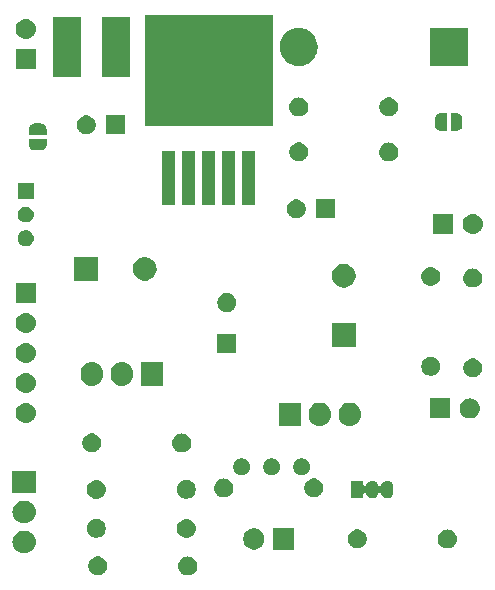
<source format=gbr>
G04 #@! TF.GenerationSoftware,KiCad,Pcbnew,(5.0.2)-1*
G04 #@! TF.CreationDate,2019-03-20T14:53:53-04:00*
G04 #@! TF.ProjectId,_saved__saved_tDCS,5f736176-6564-45f5-9f73-617665645f74,rev?*
G04 #@! TF.SameCoordinates,Original*
G04 #@! TF.FileFunction,Soldermask,Top*
G04 #@! TF.FilePolarity,Negative*
%FSLAX46Y46*%
G04 Gerber Fmt 4.6, Leading zero omitted, Abs format (unit mm)*
G04 Created by KiCad (PCBNEW (5.0.2)-1) date 3/20/2019 2:53:53 PM*
%MOMM*%
%LPD*%
G01*
G04 APERTURE LIST*
%ADD10C,0.100000*%
G04 APERTURE END LIST*
D10*
G36*
X67681649Y-123413717D02*
X67720827Y-123417576D01*
X67784012Y-123436743D01*
X67871629Y-123463321D01*
X68010608Y-123537608D01*
X68132422Y-123637578D01*
X68232392Y-123759392D01*
X68306679Y-123898371D01*
X68352424Y-124049174D01*
X68367870Y-124206000D01*
X68352424Y-124362826D01*
X68306679Y-124513629D01*
X68232392Y-124652608D01*
X68132422Y-124774422D01*
X68010608Y-124874392D01*
X67871629Y-124948679D01*
X67796228Y-124971551D01*
X67720827Y-124994424D01*
X67681649Y-124998283D01*
X67603295Y-125006000D01*
X67524705Y-125006000D01*
X67446351Y-124998283D01*
X67407173Y-124994424D01*
X67331772Y-124971551D01*
X67256371Y-124948679D01*
X67117392Y-124874392D01*
X66995578Y-124774422D01*
X66895608Y-124652608D01*
X66821321Y-124513629D01*
X66775576Y-124362826D01*
X66760130Y-124206000D01*
X66775576Y-124049174D01*
X66821321Y-123898371D01*
X66895608Y-123759392D01*
X66995578Y-123637578D01*
X67117392Y-123537608D01*
X67256371Y-123463321D01*
X67343988Y-123436743D01*
X67407173Y-123417576D01*
X67446351Y-123413717D01*
X67524705Y-123406000D01*
X67603295Y-123406000D01*
X67681649Y-123413717D01*
X67681649Y-123413717D01*
G37*
G36*
X60177352Y-123436743D02*
X60322941Y-123497048D01*
X60453973Y-123584601D01*
X60565399Y-123696027D01*
X60652952Y-123827059D01*
X60713257Y-123972648D01*
X60744000Y-124127205D01*
X60744000Y-124284795D01*
X60713257Y-124439352D01*
X60652952Y-124584941D01*
X60565399Y-124715973D01*
X60453973Y-124827399D01*
X60322941Y-124914952D01*
X60177352Y-124975257D01*
X60022795Y-125006000D01*
X59865205Y-125006000D01*
X59710648Y-124975257D01*
X59565059Y-124914952D01*
X59434027Y-124827399D01*
X59322601Y-124715973D01*
X59235048Y-124584941D01*
X59174743Y-124439352D01*
X59144000Y-124284795D01*
X59144000Y-124127205D01*
X59174743Y-123972648D01*
X59235048Y-123827059D01*
X59322601Y-123696027D01*
X59434027Y-123584601D01*
X59565059Y-123497048D01*
X59710648Y-123436743D01*
X59865205Y-123406000D01*
X60022795Y-123406000D01*
X60177352Y-123436743D01*
X60177352Y-123436743D01*
G37*
G36*
X53955224Y-121235282D02*
X54134769Y-121289747D01*
X54300241Y-121378193D01*
X54445278Y-121497222D01*
X54564307Y-121642259D01*
X54652753Y-121807731D01*
X54707218Y-121987276D01*
X54725608Y-122174000D01*
X54707218Y-122360724D01*
X54652753Y-122540269D01*
X54564307Y-122705741D01*
X54445278Y-122850778D01*
X54300241Y-122969807D01*
X54134769Y-123058253D01*
X53955224Y-123112718D01*
X53815289Y-123126500D01*
X53626711Y-123126500D01*
X53486776Y-123112718D01*
X53307231Y-123058253D01*
X53141759Y-122969807D01*
X52996722Y-122850778D01*
X52877693Y-122705741D01*
X52789247Y-122540269D01*
X52734782Y-122360724D01*
X52716392Y-122174000D01*
X52734782Y-121987276D01*
X52789247Y-121807731D01*
X52877693Y-121642259D01*
X52996722Y-121497222D01*
X53141759Y-121378193D01*
X53307231Y-121289747D01*
X53486776Y-121235282D01*
X53626711Y-121221500D01*
X53815289Y-121221500D01*
X53955224Y-121235282D01*
X53955224Y-121235282D01*
G37*
G36*
X73414521Y-121054586D02*
X73578309Y-121122429D01*
X73725720Y-121220926D01*
X73851074Y-121346280D01*
X73949571Y-121493691D01*
X74017414Y-121657479D01*
X74052000Y-121831356D01*
X74052000Y-122008644D01*
X74017414Y-122182521D01*
X73949571Y-122346309D01*
X73851074Y-122493720D01*
X73725720Y-122619074D01*
X73578309Y-122717571D01*
X73414521Y-122785414D01*
X73240644Y-122820000D01*
X73063356Y-122820000D01*
X72889479Y-122785414D01*
X72725691Y-122717571D01*
X72578280Y-122619074D01*
X72452926Y-122493720D01*
X72354429Y-122346309D01*
X72286586Y-122182521D01*
X72252000Y-122008644D01*
X72252000Y-121831356D01*
X72286586Y-121657479D01*
X72354429Y-121493691D01*
X72452926Y-121346280D01*
X72578280Y-121220926D01*
X72725691Y-121122429D01*
X72889479Y-121054586D01*
X73063356Y-121020000D01*
X73240644Y-121020000D01*
X73414521Y-121054586D01*
X73414521Y-121054586D01*
G37*
G36*
X76592000Y-122820000D02*
X74792000Y-122820000D01*
X74792000Y-121020000D01*
X76592000Y-121020000D01*
X76592000Y-122820000D01*
X76592000Y-122820000D01*
G37*
G36*
X89652649Y-121127717D02*
X89691827Y-121131576D01*
X89755012Y-121150743D01*
X89842629Y-121177321D01*
X89981608Y-121251608D01*
X90103422Y-121351578D01*
X90203392Y-121473392D01*
X90277679Y-121612371D01*
X90277679Y-121612372D01*
X90323424Y-121763173D01*
X90328964Y-121819424D01*
X90338870Y-121920000D01*
X90323424Y-122076826D01*
X90277679Y-122227629D01*
X90203392Y-122366608D01*
X90103422Y-122488422D01*
X89981608Y-122588392D01*
X89842629Y-122662679D01*
X89767228Y-122685551D01*
X89691827Y-122708424D01*
X89652649Y-122712283D01*
X89574295Y-122720000D01*
X89495705Y-122720000D01*
X89417351Y-122712283D01*
X89378173Y-122708424D01*
X89302772Y-122685551D01*
X89227371Y-122662679D01*
X89088392Y-122588392D01*
X88966578Y-122488422D01*
X88866608Y-122366608D01*
X88792321Y-122227629D01*
X88746576Y-122076826D01*
X88731130Y-121920000D01*
X88741036Y-121819424D01*
X88746576Y-121763173D01*
X88792321Y-121612372D01*
X88792321Y-121612371D01*
X88866608Y-121473392D01*
X88966578Y-121351578D01*
X89088392Y-121251608D01*
X89227371Y-121177321D01*
X89314988Y-121150743D01*
X89378173Y-121131576D01*
X89417351Y-121127717D01*
X89495705Y-121120000D01*
X89574295Y-121120000D01*
X89652649Y-121127717D01*
X89652649Y-121127717D01*
G37*
G36*
X82148352Y-121150743D02*
X82293941Y-121211048D01*
X82424973Y-121298601D01*
X82536399Y-121410027D01*
X82623952Y-121541059D01*
X82684257Y-121686648D01*
X82715000Y-121841205D01*
X82715000Y-121998795D01*
X82684257Y-122153352D01*
X82623952Y-122298941D01*
X82536399Y-122429973D01*
X82424973Y-122541399D01*
X82293941Y-122628952D01*
X82148352Y-122689257D01*
X81993795Y-122720000D01*
X81836205Y-122720000D01*
X81681648Y-122689257D01*
X81536059Y-122628952D01*
X81405027Y-122541399D01*
X81293601Y-122429973D01*
X81206048Y-122298941D01*
X81145743Y-122153352D01*
X81115000Y-121998795D01*
X81115000Y-121841205D01*
X81145743Y-121686648D01*
X81206048Y-121541059D01*
X81293601Y-121410027D01*
X81405027Y-121298601D01*
X81536059Y-121211048D01*
X81681648Y-121150743D01*
X81836205Y-121120000D01*
X81993795Y-121120000D01*
X82148352Y-121150743D01*
X82148352Y-121150743D01*
G37*
G36*
X67554649Y-120238717D02*
X67593827Y-120242576D01*
X67657012Y-120261743D01*
X67744629Y-120288321D01*
X67883608Y-120362608D01*
X68005422Y-120462578D01*
X68105392Y-120584392D01*
X68179679Y-120723371D01*
X68179679Y-120723372D01*
X68225424Y-120874173D01*
X68240870Y-121031000D01*
X68225424Y-121187827D01*
X68206076Y-121251608D01*
X68179679Y-121338629D01*
X68105392Y-121477608D01*
X68005422Y-121599422D01*
X67883608Y-121699392D01*
X67744629Y-121773679D01*
X67669227Y-121796552D01*
X67593827Y-121819424D01*
X67554649Y-121823283D01*
X67476295Y-121831000D01*
X67397705Y-121831000D01*
X67319351Y-121823283D01*
X67280173Y-121819424D01*
X67204773Y-121796552D01*
X67129371Y-121773679D01*
X66990392Y-121699392D01*
X66868578Y-121599422D01*
X66768608Y-121477608D01*
X66694321Y-121338629D01*
X66667924Y-121251608D01*
X66648576Y-121187827D01*
X66633130Y-121031000D01*
X66648576Y-120874173D01*
X66694321Y-120723372D01*
X66694321Y-120723371D01*
X66768608Y-120584392D01*
X66868578Y-120462578D01*
X66990392Y-120362608D01*
X67129371Y-120288321D01*
X67216988Y-120261743D01*
X67280173Y-120242576D01*
X67319351Y-120238717D01*
X67397705Y-120231000D01*
X67476295Y-120231000D01*
X67554649Y-120238717D01*
X67554649Y-120238717D01*
G37*
G36*
X60050352Y-120261743D02*
X60195941Y-120322048D01*
X60326973Y-120409601D01*
X60438399Y-120521027D01*
X60525952Y-120652059D01*
X60586257Y-120797648D01*
X60617000Y-120952205D01*
X60617000Y-121109795D01*
X60586257Y-121264352D01*
X60525952Y-121409941D01*
X60438399Y-121540973D01*
X60326973Y-121652399D01*
X60195941Y-121739952D01*
X60050352Y-121800257D01*
X59895795Y-121831000D01*
X59738205Y-121831000D01*
X59583648Y-121800257D01*
X59438059Y-121739952D01*
X59307027Y-121652399D01*
X59195601Y-121540973D01*
X59108048Y-121409941D01*
X59047743Y-121264352D01*
X59017000Y-121109795D01*
X59017000Y-120952205D01*
X59047743Y-120797648D01*
X59108048Y-120652059D01*
X59195601Y-120521027D01*
X59307027Y-120409601D01*
X59438059Y-120322048D01*
X59583648Y-120261743D01*
X59738205Y-120231000D01*
X59895795Y-120231000D01*
X60050352Y-120261743D01*
X60050352Y-120261743D01*
G37*
G36*
X53955224Y-118695282D02*
X54134769Y-118749747D01*
X54300241Y-118838193D01*
X54445278Y-118957222D01*
X54564307Y-119102259D01*
X54652753Y-119267731D01*
X54707218Y-119447276D01*
X54725608Y-119634000D01*
X54707218Y-119820724D01*
X54652753Y-120000269D01*
X54564307Y-120165741D01*
X54445278Y-120310778D01*
X54300241Y-120429807D01*
X54134769Y-120518253D01*
X53955224Y-120572718D01*
X53815289Y-120586500D01*
X53626711Y-120586500D01*
X53486776Y-120572718D01*
X53307231Y-120518253D01*
X53141759Y-120429807D01*
X52996722Y-120310778D01*
X52877693Y-120165741D01*
X52789247Y-120000269D01*
X52734782Y-119820724D01*
X52716392Y-119634000D01*
X52734782Y-119447276D01*
X52789247Y-119267731D01*
X52877693Y-119102259D01*
X52996722Y-118957222D01*
X53141759Y-118838193D01*
X53307231Y-118749747D01*
X53486776Y-118695282D01*
X53626711Y-118681500D01*
X53815289Y-118681500D01*
X53955224Y-118695282D01*
X53955224Y-118695282D01*
G37*
G36*
X67670352Y-116959743D02*
X67815941Y-117020048D01*
X67946973Y-117107601D01*
X68058399Y-117219027D01*
X68145952Y-117350059D01*
X68206257Y-117495648D01*
X68237000Y-117650205D01*
X68237000Y-117807795D01*
X68206257Y-117962352D01*
X68145952Y-118107941D01*
X68058399Y-118238973D01*
X67946973Y-118350399D01*
X67815941Y-118437952D01*
X67670352Y-118498257D01*
X67515795Y-118529000D01*
X67358205Y-118529000D01*
X67203648Y-118498257D01*
X67058059Y-118437952D01*
X66927027Y-118350399D01*
X66815601Y-118238973D01*
X66728048Y-118107941D01*
X66667743Y-117962352D01*
X66637000Y-117807795D01*
X66637000Y-117650205D01*
X66667743Y-117495648D01*
X66728048Y-117350059D01*
X66815601Y-117219027D01*
X66927027Y-117107601D01*
X67058059Y-117020048D01*
X67203648Y-116959743D01*
X67358205Y-116929000D01*
X67515795Y-116929000D01*
X67670352Y-116959743D01*
X67670352Y-116959743D01*
G37*
G36*
X59934649Y-116936717D02*
X59973827Y-116940576D01*
X60037012Y-116959743D01*
X60124629Y-116986321D01*
X60263608Y-117060608D01*
X60385422Y-117160578D01*
X60485392Y-117282392D01*
X60559679Y-117421371D01*
X60605424Y-117572174D01*
X60620870Y-117729000D01*
X60605424Y-117885826D01*
X60559679Y-118036629D01*
X60485392Y-118175608D01*
X60385422Y-118297422D01*
X60263608Y-118397392D01*
X60124629Y-118471679D01*
X60092121Y-118481540D01*
X59973827Y-118517424D01*
X59934649Y-118521283D01*
X59856295Y-118529000D01*
X59777705Y-118529000D01*
X59699351Y-118521283D01*
X59660173Y-118517424D01*
X59541879Y-118481540D01*
X59509371Y-118471679D01*
X59370392Y-118397392D01*
X59248578Y-118297422D01*
X59148608Y-118175608D01*
X59074321Y-118036629D01*
X59028576Y-117885826D01*
X59013130Y-117729000D01*
X59028576Y-117572174D01*
X59074321Y-117421371D01*
X59148608Y-117282392D01*
X59248578Y-117160578D01*
X59370392Y-117060608D01*
X59509371Y-116986321D01*
X59596988Y-116959743D01*
X59660173Y-116940576D01*
X59699351Y-116936717D01*
X59777705Y-116929000D01*
X59856295Y-116929000D01*
X59934649Y-116936717D01*
X59934649Y-116936717D01*
G37*
G36*
X84557913Y-116986596D02*
X84557916Y-116986597D01*
X84557917Y-116986597D01*
X84656880Y-117016617D01*
X84748086Y-117065367D01*
X84828027Y-117130973D01*
X84828028Y-117130975D01*
X84828030Y-117130976D01*
X84877231Y-117190929D01*
X84893633Y-117210914D01*
X84942383Y-117302119D01*
X84970382Y-117394420D01*
X84972404Y-117401086D01*
X84980000Y-117478208D01*
X84980000Y-117979791D01*
X84972404Y-118056914D01*
X84972403Y-118056917D01*
X84972403Y-118056918D01*
X84942383Y-118155881D01*
X84893633Y-118247086D01*
X84828027Y-118327027D01*
X84748086Y-118392633D01*
X84656881Y-118441383D01*
X84557918Y-118471403D01*
X84557917Y-118471403D01*
X84557914Y-118471404D01*
X84455000Y-118481540D01*
X84352087Y-118471404D01*
X84352084Y-118471403D01*
X84352083Y-118471403D01*
X84253120Y-118441383D01*
X84161915Y-118392633D01*
X84081974Y-118327027D01*
X84049171Y-118287056D01*
X84016366Y-118247084D01*
X83967618Y-118155883D01*
X83939618Y-118063580D01*
X83930240Y-118040941D01*
X83916626Y-118020567D01*
X83899299Y-118003240D01*
X83878925Y-117989626D01*
X83856286Y-117980248D01*
X83832252Y-117975468D01*
X83807748Y-117975468D01*
X83783714Y-117980248D01*
X83761075Y-117989626D01*
X83740701Y-118003240D01*
X83723374Y-118020567D01*
X83709760Y-118040941D01*
X83700382Y-118063579D01*
X83672383Y-118155881D01*
X83623633Y-118247086D01*
X83558027Y-118327027D01*
X83478086Y-118392633D01*
X83386881Y-118441383D01*
X83287918Y-118471403D01*
X83287917Y-118471403D01*
X83287914Y-118471404D01*
X83185000Y-118481540D01*
X83082087Y-118471404D01*
X83082084Y-118471403D01*
X83082083Y-118471403D01*
X82983120Y-118441383D01*
X82891915Y-118392633D01*
X82811974Y-118327027D01*
X82779171Y-118287056D01*
X82746366Y-118247084D01*
X82697617Y-118155882D01*
X82684618Y-118113029D01*
X82675240Y-118090389D01*
X82661626Y-118070015D01*
X82644299Y-118052688D01*
X82623925Y-118039074D01*
X82601286Y-118029696D01*
X82577252Y-118024916D01*
X82552748Y-118024916D01*
X82528715Y-118029696D01*
X82506075Y-118039074D01*
X82485701Y-118052688D01*
X82468374Y-118070015D01*
X82454760Y-118090389D01*
X82445382Y-118113028D01*
X82440602Y-118137062D01*
X82440000Y-118149314D01*
X82440000Y-118479000D01*
X81390000Y-118479000D01*
X81390000Y-116979000D01*
X82440000Y-116979000D01*
X82440000Y-117308687D01*
X82442402Y-117333073D01*
X82449515Y-117356522D01*
X82461066Y-117378133D01*
X82476612Y-117397075D01*
X82495554Y-117412621D01*
X82517165Y-117424172D01*
X82540614Y-117431285D01*
X82565000Y-117433687D01*
X82589386Y-117431285D01*
X82612835Y-117424172D01*
X82634446Y-117412621D01*
X82653388Y-117397075D01*
X82668934Y-117378133D01*
X82680485Y-117356522D01*
X82684618Y-117344972D01*
X82697617Y-117302119D01*
X82720513Y-117259283D01*
X82746367Y-117210914D01*
X82811973Y-117130973D01*
X82811975Y-117130972D01*
X82811976Y-117130970D01*
X82891913Y-117065368D01*
X82891912Y-117065368D01*
X82891914Y-117065367D01*
X82983119Y-117016617D01*
X83082082Y-116986597D01*
X83082083Y-116986597D01*
X83082086Y-116986596D01*
X83185000Y-116976460D01*
X83287913Y-116986596D01*
X83287916Y-116986597D01*
X83287917Y-116986597D01*
X83386880Y-117016617D01*
X83478086Y-117065367D01*
X83558027Y-117130973D01*
X83558028Y-117130975D01*
X83558030Y-117130976D01*
X83607231Y-117190929D01*
X83623633Y-117210914D01*
X83672383Y-117302119D01*
X83700382Y-117394420D01*
X83709760Y-117417059D01*
X83723374Y-117437433D01*
X83740701Y-117454760D01*
X83761075Y-117468374D01*
X83783714Y-117477752D01*
X83807748Y-117482532D01*
X83832252Y-117482532D01*
X83856286Y-117477752D01*
X83878925Y-117468374D01*
X83899299Y-117454760D01*
X83916626Y-117437433D01*
X83930240Y-117417059D01*
X83939617Y-117394420D01*
X83967616Y-117302122D01*
X83978162Y-117282392D01*
X84016367Y-117210914D01*
X84081973Y-117130973D01*
X84081975Y-117130972D01*
X84081976Y-117130970D01*
X84161913Y-117065368D01*
X84161912Y-117065368D01*
X84161914Y-117065367D01*
X84253119Y-117016617D01*
X84352082Y-116986597D01*
X84352083Y-116986597D01*
X84352086Y-116986596D01*
X84455000Y-116976460D01*
X84557913Y-116986596D01*
X84557913Y-116986596D01*
G37*
G36*
X70729649Y-116809717D02*
X70768827Y-116813576D01*
X70832012Y-116832743D01*
X70919629Y-116859321D01*
X71058608Y-116933608D01*
X71180422Y-117033578D01*
X71280392Y-117155392D01*
X71354679Y-117294371D01*
X71373532Y-117356522D01*
X71400424Y-117445173D01*
X71405395Y-117495648D01*
X71415870Y-117602000D01*
X71400424Y-117758826D01*
X71354679Y-117909629D01*
X71280392Y-118048608D01*
X71180422Y-118170422D01*
X71058608Y-118270392D01*
X70919629Y-118344679D01*
X70844227Y-118367552D01*
X70768827Y-118390424D01*
X70746398Y-118392633D01*
X70651295Y-118402000D01*
X70572705Y-118402000D01*
X70477602Y-118392633D01*
X70455173Y-118390424D01*
X70379773Y-118367552D01*
X70304371Y-118344679D01*
X70165392Y-118270392D01*
X70043578Y-118170422D01*
X69943608Y-118048608D01*
X69869321Y-117909629D01*
X69823576Y-117758826D01*
X69808130Y-117602000D01*
X69818605Y-117495648D01*
X69823576Y-117445173D01*
X69850468Y-117356522D01*
X69869321Y-117294371D01*
X69943608Y-117155392D01*
X70043578Y-117033578D01*
X70165392Y-116933608D01*
X70304371Y-116859321D01*
X70391988Y-116832743D01*
X70455173Y-116813576D01*
X70494351Y-116809717D01*
X70572705Y-116802000D01*
X70651295Y-116802000D01*
X70729649Y-116809717D01*
X70729649Y-116809717D01*
G37*
G36*
X78465352Y-116832743D02*
X78610941Y-116893048D01*
X78741973Y-116980601D01*
X78853399Y-117092027D01*
X78940952Y-117223059D01*
X79001257Y-117368648D01*
X79032000Y-117523205D01*
X79032000Y-117680795D01*
X79001257Y-117835352D01*
X78940952Y-117980941D01*
X78853399Y-118111973D01*
X78741973Y-118223399D01*
X78610941Y-118310952D01*
X78465352Y-118371257D01*
X78310795Y-118402000D01*
X78153205Y-118402000D01*
X77998648Y-118371257D01*
X77853059Y-118310952D01*
X77722027Y-118223399D01*
X77610601Y-118111973D01*
X77523048Y-117980941D01*
X77462743Y-117835352D01*
X77432000Y-117680795D01*
X77432000Y-117523205D01*
X77462743Y-117368648D01*
X77523048Y-117223059D01*
X77610601Y-117092027D01*
X77722027Y-116980601D01*
X77853059Y-116893048D01*
X77998648Y-116832743D01*
X78153205Y-116802000D01*
X78310795Y-116802000D01*
X78465352Y-116832743D01*
X78465352Y-116832743D01*
G37*
G36*
X54721000Y-118046500D02*
X52721000Y-118046500D01*
X52721000Y-116141500D01*
X54721000Y-116141500D01*
X54721000Y-118046500D01*
X54721000Y-118046500D01*
G37*
G36*
X72346015Y-115131668D02*
X72477049Y-115185944D01*
X72594975Y-115264740D01*
X72695260Y-115365025D01*
X72774056Y-115482951D01*
X72828332Y-115613985D01*
X72856000Y-115753085D01*
X72856000Y-115894915D01*
X72828332Y-116034015D01*
X72774056Y-116165049D01*
X72695260Y-116282975D01*
X72594975Y-116383260D01*
X72477049Y-116462056D01*
X72346015Y-116516332D01*
X72206915Y-116544000D01*
X72065085Y-116544000D01*
X71925985Y-116516332D01*
X71794951Y-116462056D01*
X71677025Y-116383260D01*
X71576740Y-116282975D01*
X71497944Y-116165049D01*
X71443668Y-116034015D01*
X71416000Y-115894915D01*
X71416000Y-115753085D01*
X71443668Y-115613985D01*
X71497944Y-115482951D01*
X71576740Y-115365025D01*
X71677025Y-115264740D01*
X71794951Y-115185944D01*
X71925985Y-115131668D01*
X72065085Y-115104000D01*
X72206915Y-115104000D01*
X72346015Y-115131668D01*
X72346015Y-115131668D01*
G37*
G36*
X74886015Y-115131668D02*
X75017049Y-115185944D01*
X75134975Y-115264740D01*
X75235260Y-115365025D01*
X75314056Y-115482951D01*
X75368332Y-115613985D01*
X75396000Y-115753085D01*
X75396000Y-115894915D01*
X75368332Y-116034015D01*
X75314056Y-116165049D01*
X75235260Y-116282975D01*
X75134975Y-116383260D01*
X75017049Y-116462056D01*
X74886015Y-116516332D01*
X74746915Y-116544000D01*
X74605085Y-116544000D01*
X74465985Y-116516332D01*
X74334951Y-116462056D01*
X74217025Y-116383260D01*
X74116740Y-116282975D01*
X74037944Y-116165049D01*
X73983668Y-116034015D01*
X73956000Y-115894915D01*
X73956000Y-115753085D01*
X73983668Y-115613985D01*
X74037944Y-115482951D01*
X74116740Y-115365025D01*
X74217025Y-115264740D01*
X74334951Y-115185944D01*
X74465985Y-115131668D01*
X74605085Y-115104000D01*
X74746915Y-115104000D01*
X74886015Y-115131668D01*
X74886015Y-115131668D01*
G37*
G36*
X77426015Y-115131668D02*
X77557049Y-115185944D01*
X77674975Y-115264740D01*
X77775260Y-115365025D01*
X77854056Y-115482951D01*
X77908332Y-115613985D01*
X77936000Y-115753085D01*
X77936000Y-115894915D01*
X77908332Y-116034015D01*
X77854056Y-116165049D01*
X77775260Y-116282975D01*
X77674975Y-116383260D01*
X77557049Y-116462056D01*
X77426015Y-116516332D01*
X77286915Y-116544000D01*
X77145085Y-116544000D01*
X77005985Y-116516332D01*
X76874951Y-116462056D01*
X76757025Y-116383260D01*
X76656740Y-116282975D01*
X76577944Y-116165049D01*
X76523668Y-116034015D01*
X76496000Y-115894915D01*
X76496000Y-115753085D01*
X76523668Y-115613985D01*
X76577944Y-115482951D01*
X76656740Y-115365025D01*
X76757025Y-115264740D01*
X76874951Y-115185944D01*
X77005985Y-115131668D01*
X77145085Y-115104000D01*
X77286915Y-115104000D01*
X77426015Y-115131668D01*
X77426015Y-115131668D01*
G37*
G36*
X59669352Y-113022743D02*
X59814941Y-113083048D01*
X59945973Y-113170601D01*
X60057399Y-113282027D01*
X60144952Y-113413059D01*
X60205257Y-113558648D01*
X60236000Y-113713205D01*
X60236000Y-113870795D01*
X60205257Y-114025352D01*
X60144952Y-114170941D01*
X60057399Y-114301973D01*
X59945973Y-114413399D01*
X59814941Y-114500952D01*
X59669352Y-114561257D01*
X59514795Y-114592000D01*
X59357205Y-114592000D01*
X59202648Y-114561257D01*
X59057059Y-114500952D01*
X58926027Y-114413399D01*
X58814601Y-114301973D01*
X58727048Y-114170941D01*
X58666743Y-114025352D01*
X58636000Y-113870795D01*
X58636000Y-113713205D01*
X58666743Y-113558648D01*
X58727048Y-113413059D01*
X58814601Y-113282027D01*
X58926027Y-113170601D01*
X59057059Y-113083048D01*
X59202648Y-113022743D01*
X59357205Y-112992000D01*
X59514795Y-112992000D01*
X59669352Y-113022743D01*
X59669352Y-113022743D01*
G37*
G36*
X67173649Y-112999717D02*
X67212827Y-113003576D01*
X67276012Y-113022743D01*
X67363629Y-113049321D01*
X67502608Y-113123608D01*
X67624422Y-113223578D01*
X67724392Y-113345392D01*
X67798679Y-113484371D01*
X67844424Y-113635174D01*
X67859870Y-113792000D01*
X67844424Y-113948826D01*
X67798679Y-114099629D01*
X67724392Y-114238608D01*
X67624422Y-114360422D01*
X67502608Y-114460392D01*
X67363629Y-114534679D01*
X67288227Y-114557552D01*
X67212827Y-114580424D01*
X67173649Y-114584283D01*
X67095295Y-114592000D01*
X67016705Y-114592000D01*
X66938351Y-114584283D01*
X66899173Y-114580424D01*
X66823773Y-114557552D01*
X66748371Y-114534679D01*
X66609392Y-114460392D01*
X66487578Y-114360422D01*
X66387608Y-114238608D01*
X66313321Y-114099629D01*
X66267576Y-113948826D01*
X66252130Y-113792000D01*
X66267576Y-113635174D01*
X66313321Y-113484371D01*
X66387608Y-113345392D01*
X66487578Y-113223578D01*
X66609392Y-113123608D01*
X66748371Y-113049321D01*
X66835988Y-113022743D01*
X66899173Y-113003576D01*
X66938351Y-112999717D01*
X67016705Y-112992000D01*
X67095295Y-112992000D01*
X67173649Y-112999717D01*
X67173649Y-112999717D01*
G37*
G36*
X78926723Y-110392782D02*
X79106268Y-110447247D01*
X79271741Y-110535693D01*
X79416778Y-110654722D01*
X79535807Y-110799759D01*
X79624253Y-110965231D01*
X79678718Y-111144776D01*
X79692500Y-111284711D01*
X79692500Y-111473288D01*
X79678718Y-111613223D01*
X79624253Y-111792768D01*
X79535807Y-111958241D01*
X79416778Y-112103278D01*
X79271741Y-112222307D01*
X79106269Y-112310753D01*
X78926724Y-112365218D01*
X78740000Y-112383608D01*
X78553277Y-112365218D01*
X78373732Y-112310753D01*
X78208264Y-112222309D01*
X78208263Y-112222308D01*
X78208259Y-112222306D01*
X78063222Y-112103278D01*
X78063221Y-112103276D01*
X78063219Y-112103275D01*
X77944193Y-111958241D01*
X77855747Y-111792769D01*
X77801282Y-111613224D01*
X77787500Y-111473289D01*
X77787500Y-111284712D01*
X77801282Y-111144777D01*
X77855747Y-110965232D01*
X77944193Y-110799759D01*
X78063222Y-110654722D01*
X78208259Y-110535693D01*
X78373731Y-110447247D01*
X78553276Y-110392782D01*
X78740000Y-110374392D01*
X78926723Y-110392782D01*
X78926723Y-110392782D01*
G37*
G36*
X81466723Y-110392782D02*
X81646268Y-110447247D01*
X81811741Y-110535693D01*
X81956778Y-110654722D01*
X82075807Y-110799759D01*
X82164253Y-110965231D01*
X82218718Y-111144776D01*
X82232500Y-111284711D01*
X82232500Y-111473288D01*
X82218718Y-111613223D01*
X82164253Y-111792768D01*
X82075807Y-111958241D01*
X81956778Y-112103278D01*
X81811741Y-112222307D01*
X81646269Y-112310753D01*
X81466724Y-112365218D01*
X81280000Y-112383608D01*
X81093277Y-112365218D01*
X80913732Y-112310753D01*
X80748264Y-112222309D01*
X80748263Y-112222308D01*
X80748259Y-112222306D01*
X80603222Y-112103278D01*
X80603221Y-112103276D01*
X80603219Y-112103275D01*
X80484193Y-111958241D01*
X80395747Y-111792769D01*
X80341282Y-111613224D01*
X80327500Y-111473289D01*
X80327500Y-111284712D01*
X80341282Y-111144777D01*
X80395747Y-110965232D01*
X80484193Y-110799759D01*
X80603222Y-110654722D01*
X80748259Y-110535693D01*
X80913731Y-110447247D01*
X81093276Y-110392782D01*
X81280000Y-110374392D01*
X81466723Y-110392782D01*
X81466723Y-110392782D01*
G37*
G36*
X77152500Y-112379000D02*
X75247500Y-112379000D01*
X75247500Y-110379000D01*
X77152500Y-110379000D01*
X77152500Y-112379000D01*
X77152500Y-112379000D01*
G37*
G36*
X54014630Y-110414299D02*
X54174855Y-110462903D01*
X54322520Y-110541831D01*
X54451949Y-110648051D01*
X54558169Y-110777480D01*
X54637097Y-110925145D01*
X54685701Y-111085370D01*
X54702112Y-111252000D01*
X54685701Y-111418630D01*
X54637097Y-111578855D01*
X54558169Y-111726520D01*
X54451949Y-111855949D01*
X54322520Y-111962169D01*
X54174855Y-112041097D01*
X54014630Y-112089701D01*
X53889752Y-112102000D01*
X53806248Y-112102000D01*
X53681370Y-112089701D01*
X53521145Y-112041097D01*
X53373480Y-111962169D01*
X53244051Y-111855949D01*
X53137831Y-111726520D01*
X53058903Y-111578855D01*
X53010299Y-111418630D01*
X52993888Y-111252000D01*
X53010299Y-111085370D01*
X53058903Y-110925145D01*
X53137831Y-110777480D01*
X53244051Y-110648051D01*
X53373480Y-110541831D01*
X53521145Y-110462903D01*
X53681370Y-110414299D01*
X53806248Y-110402000D01*
X53889752Y-110402000D01*
X54014630Y-110414299D01*
X54014630Y-110414299D01*
G37*
G36*
X89750000Y-111721000D02*
X88050000Y-111721000D01*
X88050000Y-110021000D01*
X89750000Y-110021000D01*
X89750000Y-111721000D01*
X89750000Y-111721000D01*
G37*
G36*
X91606630Y-110033299D02*
X91766855Y-110081903D01*
X91914520Y-110160831D01*
X92043949Y-110267051D01*
X92150169Y-110396480D01*
X92229097Y-110544145D01*
X92277701Y-110704370D01*
X92294112Y-110871000D01*
X92277701Y-111037630D01*
X92229097Y-111197855D01*
X92150169Y-111345520D01*
X92043949Y-111474949D01*
X91914520Y-111581169D01*
X91766855Y-111660097D01*
X91606630Y-111708701D01*
X91481752Y-111721000D01*
X91398248Y-111721000D01*
X91273370Y-111708701D01*
X91113145Y-111660097D01*
X90965480Y-111581169D01*
X90836051Y-111474949D01*
X90729831Y-111345520D01*
X90650903Y-111197855D01*
X90602299Y-111037630D01*
X90585888Y-110871000D01*
X90602299Y-110704370D01*
X90650903Y-110544145D01*
X90729831Y-110396480D01*
X90836051Y-110267051D01*
X90965480Y-110160831D01*
X91113145Y-110081903D01*
X91273370Y-110033299D01*
X91398248Y-110021000D01*
X91481752Y-110021000D01*
X91606630Y-110033299D01*
X91606630Y-110033299D01*
G37*
G36*
X54014630Y-107874299D02*
X54174855Y-107922903D01*
X54322520Y-108001831D01*
X54451949Y-108108051D01*
X54558169Y-108237480D01*
X54637097Y-108385145D01*
X54685701Y-108545370D01*
X54702112Y-108712000D01*
X54685701Y-108878630D01*
X54637097Y-109038855D01*
X54558169Y-109186520D01*
X54451949Y-109315949D01*
X54322520Y-109422169D01*
X54174855Y-109501097D01*
X54014630Y-109549701D01*
X53889752Y-109562000D01*
X53806248Y-109562000D01*
X53681370Y-109549701D01*
X53521145Y-109501097D01*
X53373480Y-109422169D01*
X53244051Y-109315949D01*
X53137831Y-109186520D01*
X53058903Y-109038855D01*
X53010299Y-108878630D01*
X52993888Y-108712000D01*
X53010299Y-108545370D01*
X53058903Y-108385145D01*
X53137831Y-108237480D01*
X53244051Y-108108051D01*
X53373480Y-108001831D01*
X53521145Y-107922903D01*
X53681370Y-107874299D01*
X53806248Y-107862000D01*
X53889752Y-107862000D01*
X54014630Y-107874299D01*
X54014630Y-107874299D01*
G37*
G36*
X62162724Y-106963782D02*
X62342269Y-107018247D01*
X62507741Y-107106693D01*
X62652778Y-107225722D01*
X62771807Y-107370759D01*
X62860253Y-107536232D01*
X62914718Y-107715777D01*
X62928500Y-107855712D01*
X62928500Y-108044289D01*
X62914718Y-108184224D01*
X62860253Y-108363769D01*
X62771807Y-108529241D01*
X62652778Y-108674278D01*
X62507741Y-108793307D01*
X62342268Y-108881753D01*
X62162723Y-108936218D01*
X61976000Y-108954608D01*
X61789276Y-108936218D01*
X61609731Y-108881753D01*
X61444259Y-108793307D01*
X61299222Y-108674278D01*
X61180193Y-108529241D01*
X61091747Y-108363768D01*
X61037282Y-108184223D01*
X61023500Y-108044288D01*
X61023500Y-107855711D01*
X61037282Y-107715776D01*
X61091747Y-107536231D01*
X61180193Y-107370759D01*
X61299219Y-107225725D01*
X61299221Y-107225724D01*
X61299222Y-107225722D01*
X61444259Y-107106694D01*
X61444263Y-107106692D01*
X61444264Y-107106691D01*
X61609732Y-107018247D01*
X61789277Y-106963782D01*
X61976000Y-106945392D01*
X62162724Y-106963782D01*
X62162724Y-106963782D01*
G37*
G36*
X59622724Y-106963782D02*
X59802269Y-107018247D01*
X59967741Y-107106693D01*
X60112778Y-107225722D01*
X60231807Y-107370759D01*
X60320253Y-107536232D01*
X60374718Y-107715777D01*
X60388500Y-107855712D01*
X60388500Y-108044289D01*
X60374718Y-108184224D01*
X60320253Y-108363769D01*
X60231807Y-108529241D01*
X60112778Y-108674278D01*
X59967741Y-108793307D01*
X59802268Y-108881753D01*
X59622723Y-108936218D01*
X59436000Y-108954608D01*
X59249276Y-108936218D01*
X59069731Y-108881753D01*
X58904259Y-108793307D01*
X58759222Y-108674278D01*
X58640193Y-108529241D01*
X58551747Y-108363768D01*
X58497282Y-108184223D01*
X58483500Y-108044288D01*
X58483500Y-107855711D01*
X58497282Y-107715776D01*
X58551747Y-107536231D01*
X58640193Y-107370759D01*
X58759219Y-107225725D01*
X58759221Y-107225724D01*
X58759222Y-107225722D01*
X58904259Y-107106694D01*
X58904263Y-107106692D01*
X58904264Y-107106691D01*
X59069732Y-107018247D01*
X59249277Y-106963782D01*
X59436000Y-106945392D01*
X59622724Y-106963782D01*
X59622724Y-106963782D01*
G37*
G36*
X65468500Y-108950000D02*
X63563500Y-108950000D01*
X63563500Y-106950000D01*
X65468500Y-106950000D01*
X65468500Y-108950000D01*
X65468500Y-108950000D01*
G37*
G36*
X91927352Y-106672743D02*
X92072941Y-106733048D01*
X92203973Y-106820601D01*
X92315399Y-106932027D01*
X92402952Y-107063059D01*
X92463257Y-107208648D01*
X92494000Y-107363205D01*
X92494000Y-107520795D01*
X92463257Y-107675352D01*
X92402952Y-107820941D01*
X92315399Y-107951973D01*
X92203973Y-108063399D01*
X92072941Y-108150952D01*
X91927352Y-108211257D01*
X91772795Y-108242000D01*
X91615205Y-108242000D01*
X91460648Y-108211257D01*
X91315059Y-108150952D01*
X91184027Y-108063399D01*
X91072601Y-107951973D01*
X90985048Y-107820941D01*
X90924743Y-107675352D01*
X90894000Y-107520795D01*
X90894000Y-107363205D01*
X90924743Y-107208648D01*
X90985048Y-107063059D01*
X91072601Y-106932027D01*
X91184027Y-106820601D01*
X91315059Y-106733048D01*
X91460648Y-106672743D01*
X91615205Y-106642000D01*
X91772795Y-106642000D01*
X91927352Y-106672743D01*
X91927352Y-106672743D01*
G37*
G36*
X88371352Y-106545743D02*
X88516941Y-106606048D01*
X88647973Y-106693601D01*
X88759399Y-106805027D01*
X88846952Y-106936059D01*
X88907257Y-107081648D01*
X88938000Y-107236205D01*
X88938000Y-107393795D01*
X88907257Y-107548352D01*
X88846952Y-107693941D01*
X88759399Y-107824973D01*
X88647973Y-107936399D01*
X88516941Y-108023952D01*
X88371352Y-108084257D01*
X88216795Y-108115000D01*
X88059205Y-108115000D01*
X87904648Y-108084257D01*
X87759059Y-108023952D01*
X87628027Y-107936399D01*
X87516601Y-107824973D01*
X87429048Y-107693941D01*
X87368743Y-107548352D01*
X87338000Y-107393795D01*
X87338000Y-107236205D01*
X87368743Y-107081648D01*
X87429048Y-106936059D01*
X87516601Y-106805027D01*
X87628027Y-106693601D01*
X87759059Y-106606048D01*
X87904648Y-106545743D01*
X88059205Y-106515000D01*
X88216795Y-106515000D01*
X88371352Y-106545743D01*
X88371352Y-106545743D01*
G37*
G36*
X54014630Y-105334299D02*
X54174855Y-105382903D01*
X54322520Y-105461831D01*
X54451949Y-105568051D01*
X54558169Y-105697480D01*
X54637097Y-105845145D01*
X54685701Y-106005370D01*
X54702112Y-106172000D01*
X54685701Y-106338630D01*
X54637097Y-106498855D01*
X54558169Y-106646520D01*
X54451949Y-106775949D01*
X54322520Y-106882169D01*
X54174855Y-106961097D01*
X54014630Y-107009701D01*
X53889752Y-107022000D01*
X53806248Y-107022000D01*
X53681370Y-107009701D01*
X53521145Y-106961097D01*
X53373480Y-106882169D01*
X53244051Y-106775949D01*
X53137831Y-106646520D01*
X53058903Y-106498855D01*
X53010299Y-106338630D01*
X52993888Y-106172000D01*
X53010299Y-106005370D01*
X53058903Y-105845145D01*
X53137831Y-105697480D01*
X53244051Y-105568051D01*
X53373480Y-105461831D01*
X53521145Y-105382903D01*
X53681370Y-105334299D01*
X53806248Y-105322000D01*
X53889752Y-105322000D01*
X54014630Y-105334299D01*
X54014630Y-105334299D01*
G37*
G36*
X71666000Y-106210000D02*
X70066000Y-106210000D01*
X70066000Y-104610000D01*
X71666000Y-104610000D01*
X71666000Y-106210000D01*
X71666000Y-106210000D01*
G37*
G36*
X81772000Y-105648000D02*
X79772000Y-105648000D01*
X79772000Y-103648000D01*
X81772000Y-103648000D01*
X81772000Y-105648000D01*
X81772000Y-105648000D01*
G37*
G36*
X54014630Y-102794299D02*
X54174855Y-102842903D01*
X54322520Y-102921831D01*
X54451949Y-103028051D01*
X54558169Y-103157480D01*
X54637097Y-103305145D01*
X54685701Y-103465370D01*
X54702112Y-103632000D01*
X54685701Y-103798630D01*
X54637097Y-103958855D01*
X54558169Y-104106520D01*
X54451949Y-104235949D01*
X54322520Y-104342169D01*
X54174855Y-104421097D01*
X54014630Y-104469701D01*
X53889752Y-104482000D01*
X53806248Y-104482000D01*
X53681370Y-104469701D01*
X53521145Y-104421097D01*
X53373480Y-104342169D01*
X53244051Y-104235949D01*
X53137831Y-104106520D01*
X53058903Y-103958855D01*
X53010299Y-103798630D01*
X52993888Y-103632000D01*
X53010299Y-103465370D01*
X53058903Y-103305145D01*
X53137831Y-103157480D01*
X53244051Y-103028051D01*
X53373480Y-102921831D01*
X53521145Y-102842903D01*
X53681370Y-102794299D01*
X53806248Y-102782000D01*
X53889752Y-102782000D01*
X54014630Y-102794299D01*
X54014630Y-102794299D01*
G37*
G36*
X71099352Y-101140743D02*
X71244941Y-101201048D01*
X71375973Y-101288601D01*
X71487399Y-101400027D01*
X71574952Y-101531059D01*
X71635257Y-101676648D01*
X71666000Y-101831205D01*
X71666000Y-101988795D01*
X71635257Y-102143352D01*
X71574952Y-102288941D01*
X71487399Y-102419973D01*
X71375973Y-102531399D01*
X71244941Y-102618952D01*
X71099352Y-102679257D01*
X70944795Y-102710000D01*
X70787205Y-102710000D01*
X70632648Y-102679257D01*
X70487059Y-102618952D01*
X70356027Y-102531399D01*
X70244601Y-102419973D01*
X70157048Y-102288941D01*
X70096743Y-102143352D01*
X70066000Y-101988795D01*
X70066000Y-101831205D01*
X70096743Y-101676648D01*
X70157048Y-101531059D01*
X70244601Y-101400027D01*
X70356027Y-101288601D01*
X70487059Y-101201048D01*
X70632648Y-101140743D01*
X70787205Y-101110000D01*
X70944795Y-101110000D01*
X71099352Y-101140743D01*
X71099352Y-101140743D01*
G37*
G36*
X54698000Y-101942000D02*
X52998000Y-101942000D01*
X52998000Y-100242000D01*
X54698000Y-100242000D01*
X54698000Y-101942000D01*
X54698000Y-101942000D01*
G37*
G36*
X80947770Y-98663372D02*
X81063689Y-98686429D01*
X81245678Y-98761811D01*
X81409463Y-98871249D01*
X81548751Y-99010537D01*
X81658189Y-99174322D01*
X81733571Y-99356311D01*
X81739749Y-99387371D01*
X81769746Y-99538174D01*
X81772000Y-99549509D01*
X81772000Y-99746491D01*
X81733571Y-99939689D01*
X81658189Y-100121678D01*
X81548751Y-100285463D01*
X81409463Y-100424751D01*
X81245678Y-100534189D01*
X81063689Y-100609571D01*
X80947770Y-100632628D01*
X80870493Y-100648000D01*
X80673507Y-100648000D01*
X80596230Y-100632628D01*
X80480311Y-100609571D01*
X80298322Y-100534189D01*
X80134537Y-100424751D01*
X79995249Y-100285463D01*
X79885811Y-100121678D01*
X79810429Y-99939689D01*
X79772000Y-99746491D01*
X79772000Y-99549509D01*
X79774255Y-99538174D01*
X79804251Y-99387371D01*
X79810429Y-99356311D01*
X79885811Y-99174322D01*
X79995249Y-99010537D01*
X80134537Y-98871249D01*
X80298322Y-98761811D01*
X80480311Y-98686429D01*
X80596230Y-98663372D01*
X80673507Y-98648000D01*
X80870493Y-98648000D01*
X80947770Y-98663372D01*
X80947770Y-98663372D01*
G37*
G36*
X91811649Y-99029717D02*
X91850827Y-99033576D01*
X91926228Y-99056449D01*
X92001629Y-99079321D01*
X92140608Y-99153608D01*
X92262422Y-99253578D01*
X92362392Y-99375392D01*
X92436679Y-99514371D01*
X92443899Y-99538173D01*
X92482424Y-99665173D01*
X92497870Y-99822000D01*
X92485639Y-99946189D01*
X92482424Y-99978826D01*
X92436679Y-100129629D01*
X92362392Y-100268608D01*
X92262422Y-100390422D01*
X92140608Y-100490392D01*
X92001629Y-100564679D01*
X91926228Y-100587551D01*
X91850827Y-100610424D01*
X91811649Y-100614283D01*
X91733295Y-100622000D01*
X91654705Y-100622000D01*
X91576351Y-100614283D01*
X91537173Y-100610424D01*
X91461772Y-100587551D01*
X91386371Y-100564679D01*
X91247392Y-100490392D01*
X91125578Y-100390422D01*
X91025608Y-100268608D01*
X90951321Y-100129629D01*
X90905576Y-99978826D01*
X90902362Y-99946189D01*
X90890130Y-99822000D01*
X90905576Y-99665173D01*
X90944101Y-99538173D01*
X90951321Y-99514371D01*
X91025608Y-99375392D01*
X91125578Y-99253578D01*
X91247392Y-99153608D01*
X91386371Y-99079321D01*
X91461772Y-99056449D01*
X91537173Y-99033576D01*
X91576351Y-99029717D01*
X91654705Y-99022000D01*
X91733295Y-99022000D01*
X91811649Y-99029717D01*
X91811649Y-99029717D01*
G37*
G36*
X88255649Y-98902717D02*
X88294827Y-98906576D01*
X88370228Y-98929449D01*
X88445629Y-98952321D01*
X88584608Y-99026608D01*
X88706422Y-99126578D01*
X88806392Y-99248392D01*
X88880679Y-99387371D01*
X88880679Y-99387372D01*
X88925060Y-99533675D01*
X88926424Y-99538174D01*
X88941870Y-99695000D01*
X88926424Y-99851826D01*
X88880679Y-100002629D01*
X88806392Y-100141608D01*
X88706422Y-100263422D01*
X88584608Y-100363392D01*
X88445629Y-100437679D01*
X88370227Y-100460552D01*
X88294827Y-100483424D01*
X88255649Y-100487283D01*
X88177295Y-100495000D01*
X88098705Y-100495000D01*
X88020351Y-100487283D01*
X87981173Y-100483424D01*
X87905773Y-100460552D01*
X87830371Y-100437679D01*
X87691392Y-100363392D01*
X87569578Y-100263422D01*
X87469608Y-100141608D01*
X87395321Y-100002629D01*
X87349576Y-99851826D01*
X87334130Y-99695000D01*
X87349576Y-99538174D01*
X87350941Y-99533675D01*
X87395321Y-99387372D01*
X87395321Y-99387371D01*
X87469608Y-99248392D01*
X87569578Y-99126578D01*
X87691392Y-99026608D01*
X87830371Y-98952321D01*
X87905772Y-98929449D01*
X87981173Y-98906576D01*
X88020351Y-98902717D01*
X88098705Y-98895000D01*
X88177295Y-98895000D01*
X88255649Y-98902717D01*
X88255649Y-98902717D01*
G37*
G36*
X59928000Y-100060000D02*
X57928000Y-100060000D01*
X57928000Y-98060000D01*
X59928000Y-98060000D01*
X59928000Y-100060000D01*
X59928000Y-100060000D01*
G37*
G36*
X64103770Y-98075372D02*
X64219689Y-98098429D01*
X64401678Y-98173811D01*
X64565463Y-98283249D01*
X64704751Y-98422537D01*
X64814189Y-98586322D01*
X64889571Y-98768311D01*
X64910046Y-98871249D01*
X64928000Y-98961507D01*
X64928000Y-99158493D01*
X64912628Y-99235770D01*
X64889571Y-99351689D01*
X64814189Y-99533678D01*
X64704751Y-99697463D01*
X64565463Y-99836751D01*
X64401678Y-99946189D01*
X64219689Y-100021571D01*
X64103770Y-100044628D01*
X64026493Y-100060000D01*
X63829507Y-100060000D01*
X63752230Y-100044628D01*
X63636311Y-100021571D01*
X63454322Y-99946189D01*
X63290537Y-99836751D01*
X63151249Y-99697463D01*
X63041811Y-99533678D01*
X62966429Y-99351689D01*
X62943372Y-99235770D01*
X62928000Y-99158493D01*
X62928000Y-98961507D01*
X62945954Y-98871249D01*
X62966429Y-98768311D01*
X63041811Y-98586322D01*
X63151249Y-98422537D01*
X63290537Y-98283249D01*
X63454322Y-98173811D01*
X63636311Y-98098429D01*
X63752230Y-98075372D01*
X63829507Y-98060000D01*
X64026493Y-98060000D01*
X64103770Y-98075372D01*
X64103770Y-98075372D01*
G37*
G36*
X53980323Y-95790767D02*
X54107561Y-95829364D01*
X54224824Y-95892042D01*
X54327606Y-95976394D01*
X54411958Y-96079176D01*
X54474636Y-96196439D01*
X54513233Y-96323677D01*
X54526266Y-96456000D01*
X54513233Y-96588323D01*
X54474636Y-96715561D01*
X54411958Y-96832824D01*
X54327606Y-96935606D01*
X54224824Y-97019958D01*
X54107561Y-97082636D01*
X53980323Y-97121233D01*
X53881159Y-97131000D01*
X53814841Y-97131000D01*
X53715677Y-97121233D01*
X53588439Y-97082636D01*
X53471176Y-97019958D01*
X53368394Y-96935606D01*
X53284042Y-96832824D01*
X53221364Y-96715561D01*
X53182767Y-96588323D01*
X53169734Y-96456000D01*
X53182767Y-96323677D01*
X53221364Y-96196439D01*
X53284042Y-96079176D01*
X53368394Y-95976394D01*
X53471176Y-95892042D01*
X53588439Y-95829364D01*
X53715677Y-95790767D01*
X53814841Y-95781000D01*
X53881159Y-95781000D01*
X53980323Y-95790767D01*
X53980323Y-95790767D01*
G37*
G36*
X90004000Y-96100000D02*
X88304000Y-96100000D01*
X88304000Y-94400000D01*
X90004000Y-94400000D01*
X90004000Y-96100000D01*
X90004000Y-96100000D01*
G37*
G36*
X91860630Y-94412299D02*
X92020855Y-94460903D01*
X92168520Y-94539831D01*
X92297949Y-94646051D01*
X92404169Y-94775480D01*
X92483097Y-94923145D01*
X92531701Y-95083370D01*
X92548112Y-95250000D01*
X92531701Y-95416630D01*
X92483097Y-95576855D01*
X92404169Y-95724520D01*
X92297949Y-95853949D01*
X92168520Y-95960169D01*
X92020855Y-96039097D01*
X91860630Y-96087701D01*
X91735752Y-96100000D01*
X91652248Y-96100000D01*
X91527370Y-96087701D01*
X91367145Y-96039097D01*
X91219480Y-95960169D01*
X91090051Y-95853949D01*
X90983831Y-95724520D01*
X90904903Y-95576855D01*
X90856299Y-95416630D01*
X90839888Y-95250000D01*
X90856299Y-95083370D01*
X90904903Y-94923145D01*
X90983831Y-94775480D01*
X91090051Y-94646051D01*
X91219480Y-94539831D01*
X91367145Y-94460903D01*
X91527370Y-94412299D01*
X91652248Y-94400000D01*
X91735752Y-94400000D01*
X91860630Y-94412299D01*
X91860630Y-94412299D01*
G37*
G36*
X53980323Y-93790767D02*
X54107561Y-93829364D01*
X54224824Y-93892042D01*
X54327606Y-93976394D01*
X54411958Y-94079176D01*
X54474636Y-94196439D01*
X54513233Y-94323677D01*
X54526266Y-94456000D01*
X54513233Y-94588323D01*
X54474636Y-94715561D01*
X54411958Y-94832824D01*
X54327606Y-94935606D01*
X54224824Y-95019958D01*
X54107561Y-95082636D01*
X53980323Y-95121233D01*
X53881159Y-95131000D01*
X53814841Y-95131000D01*
X53715677Y-95121233D01*
X53588439Y-95082636D01*
X53471176Y-95019958D01*
X53368394Y-94935606D01*
X53284042Y-94832824D01*
X53221364Y-94715561D01*
X53182767Y-94588323D01*
X53169734Y-94456000D01*
X53182767Y-94323677D01*
X53221364Y-94196439D01*
X53284042Y-94079176D01*
X53368394Y-93976394D01*
X53471176Y-93892042D01*
X53588439Y-93829364D01*
X53715677Y-93790767D01*
X53814841Y-93781000D01*
X53881159Y-93781000D01*
X53980323Y-93790767D01*
X53980323Y-93790767D01*
G37*
G36*
X80048000Y-94780000D02*
X78448000Y-94780000D01*
X78448000Y-93180000D01*
X80048000Y-93180000D01*
X80048000Y-94780000D01*
X80048000Y-94780000D01*
G37*
G36*
X76981352Y-93210743D02*
X77126941Y-93271048D01*
X77257973Y-93358601D01*
X77369399Y-93470027D01*
X77456952Y-93601059D01*
X77517257Y-93746648D01*
X77548000Y-93901205D01*
X77548000Y-94058795D01*
X77517257Y-94213352D01*
X77456952Y-94358941D01*
X77369399Y-94489973D01*
X77257973Y-94601399D01*
X77126941Y-94688952D01*
X76981352Y-94749257D01*
X76826795Y-94780000D01*
X76669205Y-94780000D01*
X76514648Y-94749257D01*
X76369059Y-94688952D01*
X76238027Y-94601399D01*
X76126601Y-94489973D01*
X76039048Y-94358941D01*
X75978743Y-94213352D01*
X75948000Y-94058795D01*
X75948000Y-93901205D01*
X75978743Y-93746648D01*
X76039048Y-93601059D01*
X76126601Y-93470027D01*
X76238027Y-93358601D01*
X76369059Y-93271048D01*
X76514648Y-93210743D01*
X76669205Y-93180000D01*
X76826795Y-93180000D01*
X76981352Y-93210743D01*
X76981352Y-93210743D01*
G37*
G36*
X68192000Y-93673000D02*
X67092000Y-93673000D01*
X67092000Y-89073000D01*
X68192000Y-89073000D01*
X68192000Y-93673000D01*
X68192000Y-93673000D01*
G37*
G36*
X69892000Y-93673000D02*
X68792000Y-93673000D01*
X68792000Y-89073000D01*
X69892000Y-89073000D01*
X69892000Y-93673000D01*
X69892000Y-93673000D01*
G37*
G36*
X73292000Y-93673000D02*
X72192000Y-93673000D01*
X72192000Y-89073000D01*
X73292000Y-89073000D01*
X73292000Y-93673000D01*
X73292000Y-93673000D01*
G37*
G36*
X66492000Y-93673000D02*
X65392000Y-93673000D01*
X65392000Y-89073000D01*
X66492000Y-89073000D01*
X66492000Y-93673000D01*
X66492000Y-93673000D01*
G37*
G36*
X71592000Y-93673000D02*
X70492000Y-93673000D01*
X70492000Y-89073000D01*
X71592000Y-89073000D01*
X71592000Y-93673000D01*
X71592000Y-93673000D01*
G37*
G36*
X54523000Y-93131000D02*
X53173000Y-93131000D01*
X53173000Y-91781000D01*
X54523000Y-91781000D01*
X54523000Y-93131000D01*
X54523000Y-93131000D01*
G37*
G36*
X84699649Y-88361717D02*
X84738827Y-88365576D01*
X84802012Y-88384743D01*
X84889629Y-88411321D01*
X85028608Y-88485608D01*
X85150422Y-88585578D01*
X85250392Y-88707392D01*
X85324679Y-88846371D01*
X85345978Y-88916585D01*
X85370424Y-88997173D01*
X85373933Y-89032799D01*
X85385870Y-89154000D01*
X85370424Y-89310826D01*
X85324679Y-89461629D01*
X85250392Y-89600608D01*
X85150422Y-89722422D01*
X85028608Y-89822392D01*
X84889629Y-89896679D01*
X84814227Y-89919552D01*
X84738827Y-89942424D01*
X84699649Y-89946283D01*
X84621295Y-89954000D01*
X84542705Y-89954000D01*
X84464351Y-89946283D01*
X84425173Y-89942424D01*
X84349773Y-89919552D01*
X84274371Y-89896679D01*
X84135392Y-89822392D01*
X84013578Y-89722422D01*
X83913608Y-89600608D01*
X83839321Y-89461629D01*
X83793576Y-89310826D01*
X83778130Y-89154000D01*
X83790067Y-89032799D01*
X83793576Y-88997173D01*
X83818022Y-88916585D01*
X83839321Y-88846371D01*
X83913608Y-88707392D01*
X84013578Y-88585578D01*
X84135392Y-88485608D01*
X84274371Y-88411321D01*
X84361988Y-88384743D01*
X84425173Y-88365576D01*
X84464351Y-88361717D01*
X84542705Y-88354000D01*
X84621295Y-88354000D01*
X84699649Y-88361717D01*
X84699649Y-88361717D01*
G37*
G36*
X77195352Y-88384743D02*
X77340941Y-88445048D01*
X77471973Y-88532601D01*
X77583399Y-88644027D01*
X77670952Y-88775059D01*
X77731257Y-88920648D01*
X77762000Y-89075205D01*
X77762000Y-89232795D01*
X77731257Y-89387352D01*
X77670952Y-89532941D01*
X77583399Y-89663973D01*
X77471973Y-89775399D01*
X77340941Y-89862952D01*
X77195352Y-89923257D01*
X77040795Y-89954000D01*
X76883205Y-89954000D01*
X76728648Y-89923257D01*
X76583059Y-89862952D01*
X76452027Y-89775399D01*
X76340601Y-89663973D01*
X76253048Y-89532941D01*
X76192743Y-89387352D01*
X76162000Y-89232795D01*
X76162000Y-89075205D01*
X76192743Y-88920648D01*
X76253048Y-88775059D01*
X76340601Y-88644027D01*
X76452027Y-88532601D01*
X76583059Y-88445048D01*
X76728648Y-88384743D01*
X76883205Y-88354000D01*
X77040795Y-88354000D01*
X77195352Y-88384743D01*
X77195352Y-88384743D01*
G37*
G36*
X55613999Y-88033999D02*
X55613998Y-88033999D01*
X55614000Y-88034000D01*
X55614001Y-88034001D01*
X55614605Y-88040137D01*
X55614605Y-88527863D01*
X55612799Y-88546203D01*
X55612197Y-88558453D01*
X55612197Y-88576872D01*
X55610988Y-88589150D01*
X55594263Y-88673232D01*
X55590678Y-88685048D01*
X55557870Y-88764255D01*
X55552053Y-88775140D01*
X55504421Y-88846425D01*
X55496585Y-88855973D01*
X55435973Y-88916585D01*
X55426425Y-88924421D01*
X55355140Y-88972053D01*
X55344255Y-88977870D01*
X55265048Y-89010678D01*
X55253232Y-89014263D01*
X55169150Y-89030988D01*
X55156872Y-89032197D01*
X55138453Y-89032197D01*
X55126203Y-89032799D01*
X55107863Y-89034605D01*
X54620137Y-89034605D01*
X54601797Y-89032799D01*
X54589547Y-89032197D01*
X54571128Y-89032197D01*
X54558850Y-89030988D01*
X54474768Y-89014263D01*
X54462952Y-89010678D01*
X54383745Y-88977870D01*
X54372860Y-88972053D01*
X54301575Y-88924421D01*
X54292027Y-88916585D01*
X54231415Y-88855973D01*
X54223579Y-88846425D01*
X54175947Y-88775140D01*
X54170130Y-88764255D01*
X54137322Y-88685048D01*
X54133737Y-88673232D01*
X54117012Y-88589150D01*
X54115803Y-88576872D01*
X54115803Y-88558453D01*
X54115201Y-88546203D01*
X54113395Y-88527863D01*
X54113395Y-88040137D01*
X54113999Y-88034001D01*
X54114000Y-88034000D01*
X54114002Y-88033999D01*
X54114001Y-88033999D01*
X54120137Y-88033395D01*
X55607863Y-88033395D01*
X55613999Y-88033999D01*
X55613999Y-88033999D01*
G37*
G36*
X55126203Y-86735201D02*
X55138453Y-86735803D01*
X55156872Y-86735803D01*
X55169150Y-86737012D01*
X55253232Y-86753737D01*
X55265048Y-86757322D01*
X55344255Y-86790130D01*
X55355140Y-86795947D01*
X55426425Y-86843579D01*
X55435973Y-86851415D01*
X55496585Y-86912027D01*
X55504421Y-86921575D01*
X55552053Y-86992860D01*
X55557870Y-87003745D01*
X55590678Y-87082952D01*
X55594263Y-87094768D01*
X55610988Y-87178850D01*
X55612197Y-87191128D01*
X55612197Y-87209547D01*
X55612799Y-87221797D01*
X55614605Y-87240137D01*
X55614605Y-87727863D01*
X55614001Y-87733999D01*
X55613999Y-87734001D01*
X55607863Y-87734605D01*
X54120137Y-87734605D01*
X54114001Y-87734001D01*
X54113999Y-87733999D01*
X54113395Y-87727863D01*
X54113395Y-87240137D01*
X54115201Y-87221797D01*
X54115803Y-87209547D01*
X54115803Y-87191128D01*
X54117012Y-87178850D01*
X54133737Y-87094768D01*
X54137322Y-87082952D01*
X54170130Y-87003745D01*
X54175947Y-86992860D01*
X54223579Y-86921575D01*
X54231415Y-86912027D01*
X54292027Y-86851415D01*
X54301575Y-86843579D01*
X54372860Y-86795947D01*
X54383745Y-86790130D01*
X54462952Y-86757322D01*
X54474768Y-86753737D01*
X54558850Y-86737012D01*
X54571128Y-86735803D01*
X54589547Y-86735803D01*
X54601797Y-86735201D01*
X54620137Y-86733395D01*
X55107863Y-86733395D01*
X55126203Y-86735201D01*
X55126203Y-86735201D01*
G37*
G36*
X62268000Y-87668000D02*
X60668000Y-87668000D01*
X60668000Y-86068000D01*
X62268000Y-86068000D01*
X62268000Y-87668000D01*
X62268000Y-87668000D01*
G37*
G36*
X59201352Y-86098743D02*
X59346941Y-86159048D01*
X59477973Y-86246601D01*
X59589399Y-86358027D01*
X59676952Y-86489059D01*
X59737257Y-86634648D01*
X59768000Y-86789205D01*
X59768000Y-86946795D01*
X59737257Y-87101352D01*
X59676952Y-87246941D01*
X59589399Y-87377973D01*
X59477973Y-87489399D01*
X59346941Y-87576952D01*
X59201352Y-87637257D01*
X59046795Y-87668000D01*
X58889205Y-87668000D01*
X58734648Y-87637257D01*
X58589059Y-87576952D01*
X58458027Y-87489399D01*
X58346601Y-87377973D01*
X58259048Y-87246941D01*
X58198743Y-87101352D01*
X58168000Y-86946795D01*
X58168000Y-86789205D01*
X58198743Y-86634648D01*
X58259048Y-86489059D01*
X58346601Y-86358027D01*
X58458027Y-86246601D01*
X58589059Y-86159048D01*
X58734648Y-86098743D01*
X58889205Y-86068000D01*
X59046795Y-86068000D01*
X59201352Y-86098743D01*
X59201352Y-86098743D01*
G37*
G36*
X90324203Y-85865201D02*
X90336453Y-85865803D01*
X90354872Y-85865803D01*
X90367150Y-85867012D01*
X90451232Y-85883737D01*
X90463048Y-85887322D01*
X90542255Y-85920130D01*
X90553140Y-85925947D01*
X90624425Y-85973579D01*
X90633973Y-85981415D01*
X90694585Y-86042027D01*
X90702421Y-86051575D01*
X90750053Y-86122860D01*
X90755870Y-86133745D01*
X90788678Y-86212952D01*
X90792263Y-86224768D01*
X90808988Y-86308850D01*
X90810197Y-86321128D01*
X90810197Y-86339547D01*
X90810799Y-86351797D01*
X90812605Y-86370137D01*
X90812605Y-86857863D01*
X90810799Y-86876203D01*
X90810197Y-86888453D01*
X90810197Y-86906872D01*
X90808988Y-86919150D01*
X90792263Y-87003232D01*
X90788678Y-87015048D01*
X90755870Y-87094255D01*
X90750053Y-87105140D01*
X90702421Y-87176425D01*
X90694585Y-87185973D01*
X90633973Y-87246585D01*
X90624425Y-87254421D01*
X90553140Y-87302053D01*
X90542255Y-87307870D01*
X90463048Y-87340678D01*
X90451232Y-87344263D01*
X90367150Y-87360988D01*
X90354872Y-87362197D01*
X90336453Y-87362197D01*
X90324203Y-87362799D01*
X90305863Y-87364605D01*
X89818137Y-87364605D01*
X89812001Y-87364001D01*
X89811999Y-87363999D01*
X89811395Y-87357863D01*
X89811395Y-85870137D01*
X89811999Y-85864001D01*
X89812000Y-85864000D01*
X89812002Y-85863999D01*
X89812001Y-85863999D01*
X89818137Y-85863395D01*
X90305863Y-85863395D01*
X90324203Y-85865201D01*
X90324203Y-85865201D01*
G37*
G36*
X89511999Y-85863999D02*
X89511998Y-85863999D01*
X89512000Y-85864000D01*
X89512001Y-85864001D01*
X89512605Y-85870137D01*
X89512605Y-87357863D01*
X89512001Y-87363999D01*
X89511999Y-87364001D01*
X89505863Y-87364605D01*
X89018137Y-87364605D01*
X88999797Y-87362799D01*
X88987547Y-87362197D01*
X88969128Y-87362197D01*
X88956850Y-87360988D01*
X88872768Y-87344263D01*
X88860952Y-87340678D01*
X88781745Y-87307870D01*
X88770860Y-87302053D01*
X88699575Y-87254421D01*
X88690027Y-87246585D01*
X88629415Y-87185973D01*
X88621579Y-87176425D01*
X88573947Y-87105140D01*
X88568130Y-87094255D01*
X88535322Y-87015048D01*
X88531737Y-87003232D01*
X88515012Y-86919150D01*
X88513803Y-86906872D01*
X88513803Y-86888453D01*
X88513201Y-86876203D01*
X88511395Y-86857863D01*
X88511395Y-86370137D01*
X88513201Y-86351797D01*
X88513803Y-86339547D01*
X88513803Y-86321128D01*
X88515012Y-86308850D01*
X88531737Y-86224768D01*
X88535322Y-86212952D01*
X88568130Y-86133745D01*
X88573947Y-86122860D01*
X88621579Y-86051575D01*
X88629415Y-86042027D01*
X88690027Y-85981415D01*
X88699575Y-85973579D01*
X88770860Y-85925947D01*
X88781745Y-85920130D01*
X88860952Y-85887322D01*
X88872768Y-85883737D01*
X88956850Y-85867012D01*
X88969128Y-85865803D01*
X88987547Y-85865803D01*
X88999797Y-85865201D01*
X89018137Y-85863395D01*
X89505863Y-85863395D01*
X89511999Y-85863999D01*
X89511999Y-85863999D01*
G37*
G36*
X74742000Y-86923000D02*
X63942000Y-86923000D01*
X63942000Y-77523000D01*
X74742000Y-77523000D01*
X74742000Y-86923000D01*
X74742000Y-86923000D01*
G37*
G36*
X77079649Y-84551717D02*
X77118827Y-84555576D01*
X77182012Y-84574743D01*
X77269629Y-84601321D01*
X77408608Y-84675608D01*
X77530422Y-84775578D01*
X77630392Y-84897392D01*
X77704679Y-85036371D01*
X77750424Y-85187174D01*
X77765870Y-85344000D01*
X77750424Y-85500826D01*
X77704679Y-85651629D01*
X77630392Y-85790608D01*
X77530422Y-85912422D01*
X77408608Y-86012392D01*
X77269629Y-86086679D01*
X77194227Y-86109552D01*
X77118827Y-86132424D01*
X77079649Y-86136283D01*
X77001295Y-86144000D01*
X76922705Y-86144000D01*
X76844351Y-86136283D01*
X76805173Y-86132424D01*
X76729773Y-86109552D01*
X76654371Y-86086679D01*
X76515392Y-86012392D01*
X76393578Y-85912422D01*
X76293608Y-85790608D01*
X76219321Y-85651629D01*
X76173576Y-85500826D01*
X76158130Y-85344000D01*
X76173576Y-85187174D01*
X76219321Y-85036371D01*
X76293608Y-84897392D01*
X76393578Y-84775578D01*
X76515392Y-84675608D01*
X76654371Y-84601321D01*
X76741988Y-84574743D01*
X76805173Y-84555576D01*
X76844351Y-84551717D01*
X76922705Y-84544000D01*
X77001295Y-84544000D01*
X77079649Y-84551717D01*
X77079649Y-84551717D01*
G37*
G36*
X84815352Y-84574743D02*
X84960941Y-84635048D01*
X85091973Y-84722601D01*
X85203399Y-84834027D01*
X85290952Y-84965059D01*
X85351257Y-85110648D01*
X85382000Y-85265205D01*
X85382000Y-85422795D01*
X85351257Y-85577352D01*
X85290952Y-85722941D01*
X85203399Y-85853973D01*
X85091973Y-85965399D01*
X84960941Y-86052952D01*
X84815352Y-86113257D01*
X84660795Y-86144000D01*
X84503205Y-86144000D01*
X84348648Y-86113257D01*
X84203059Y-86052952D01*
X84072027Y-85965399D01*
X83960601Y-85853973D01*
X83873048Y-85722941D01*
X83812743Y-85577352D01*
X83782000Y-85422795D01*
X83782000Y-85265205D01*
X83812743Y-85110648D01*
X83873048Y-84965059D01*
X83960601Y-84834027D01*
X84072027Y-84722601D01*
X84203059Y-84635048D01*
X84348648Y-84574743D01*
X84503205Y-84544000D01*
X84660795Y-84544000D01*
X84815352Y-84574743D01*
X84815352Y-84574743D01*
G37*
G36*
X58536000Y-82814000D02*
X56186000Y-82814000D01*
X56186000Y-77714000D01*
X58536000Y-77714000D01*
X58536000Y-82814000D01*
X58536000Y-82814000D01*
G37*
G36*
X62686000Y-82814000D02*
X60336000Y-82814000D01*
X60336000Y-77714000D01*
X62686000Y-77714000D01*
X62686000Y-82814000D01*
X62686000Y-82814000D01*
G37*
G36*
X54698000Y-82130000D02*
X52998000Y-82130000D01*
X52998000Y-80430000D01*
X54698000Y-80430000D01*
X54698000Y-82130000D01*
X54698000Y-82130000D01*
G37*
G36*
X77118950Y-78671717D02*
X77275655Y-78687151D01*
X77449874Y-78740000D01*
X77577257Y-78778641D01*
X77725828Y-78858054D01*
X77855213Y-78927212D01*
X78098845Y-79127155D01*
X78298788Y-79370787D01*
X78367946Y-79500172D01*
X78447359Y-79648743D01*
X78447359Y-79648744D01*
X78538849Y-79950345D01*
X78569741Y-80264000D01*
X78538849Y-80577655D01*
X78477856Y-80778722D01*
X78447359Y-80879257D01*
X78367946Y-81027828D01*
X78298788Y-81157213D01*
X78098845Y-81400845D01*
X77855213Y-81600788D01*
X77725828Y-81669946D01*
X77577257Y-81749359D01*
X77476722Y-81779856D01*
X77275655Y-81840849D01*
X77118950Y-81856283D01*
X77040598Y-81864000D01*
X76883402Y-81864000D01*
X76805050Y-81856283D01*
X76648345Y-81840849D01*
X76447278Y-81779856D01*
X76346743Y-81749359D01*
X76198172Y-81669946D01*
X76068787Y-81600788D01*
X75825155Y-81400845D01*
X75625212Y-81157213D01*
X75556054Y-81027828D01*
X75476641Y-80879257D01*
X75446144Y-80778722D01*
X75385151Y-80577655D01*
X75354259Y-80264000D01*
X75385151Y-79950345D01*
X75476641Y-79648744D01*
X75476641Y-79648743D01*
X75556054Y-79500172D01*
X75625212Y-79370787D01*
X75825155Y-79127155D01*
X76068787Y-78927212D01*
X76198172Y-78858054D01*
X76346743Y-78778641D01*
X76474126Y-78740000D01*
X76648345Y-78687151D01*
X76805050Y-78671717D01*
X76883402Y-78664000D01*
X77040598Y-78664000D01*
X77118950Y-78671717D01*
X77118950Y-78671717D01*
G37*
G36*
X91262000Y-81864000D02*
X88062000Y-81864000D01*
X88062000Y-78664000D01*
X91262000Y-78664000D01*
X91262000Y-81864000D01*
X91262000Y-81864000D01*
G37*
G36*
X54014630Y-77902299D02*
X54174855Y-77950903D01*
X54322520Y-78029831D01*
X54451949Y-78136051D01*
X54558169Y-78265480D01*
X54637097Y-78413145D01*
X54685701Y-78573370D01*
X54702112Y-78740000D01*
X54685701Y-78906630D01*
X54637097Y-79066855D01*
X54558169Y-79214520D01*
X54451949Y-79343949D01*
X54322520Y-79450169D01*
X54174855Y-79529097D01*
X54014630Y-79577701D01*
X53889752Y-79590000D01*
X53806248Y-79590000D01*
X53681370Y-79577701D01*
X53521145Y-79529097D01*
X53373480Y-79450169D01*
X53244051Y-79343949D01*
X53137831Y-79214520D01*
X53058903Y-79066855D01*
X53010299Y-78906630D01*
X52993888Y-78740000D01*
X53010299Y-78573370D01*
X53058903Y-78413145D01*
X53137831Y-78265480D01*
X53244051Y-78136051D01*
X53373480Y-78029831D01*
X53521145Y-77950903D01*
X53681370Y-77902299D01*
X53806248Y-77890000D01*
X53889752Y-77890000D01*
X54014630Y-77902299D01*
X54014630Y-77902299D01*
G37*
M02*

</source>
